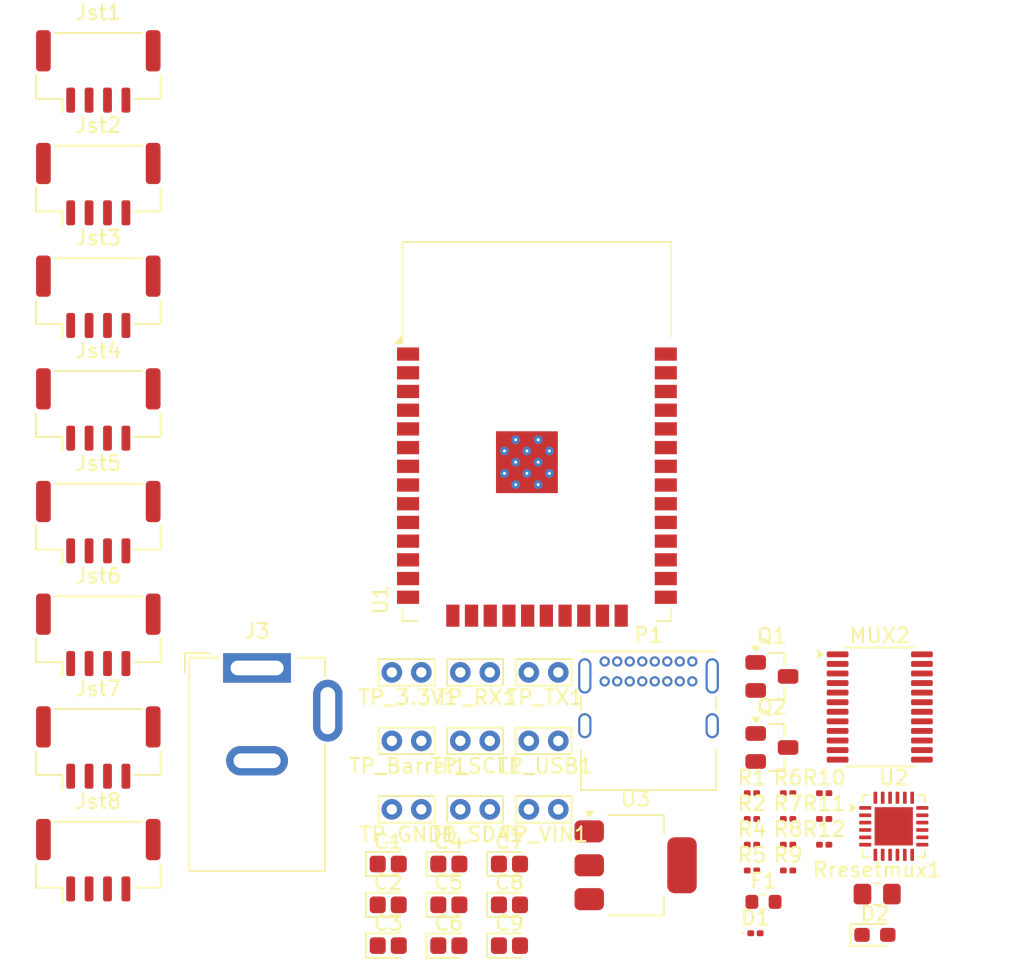
<source format=kicad_pcb>
(kicad_pcb (version 20241229) (generator "pcbnew") (generator_version "9.0")
  (layers (0 "F.Cu" signal) (2 "B.Cu" signal) (13 "F.Paste" user) (15 "B.Paste" user) (5 "F.SilkS" user "F.Silkscreen") (7 "B.SilkS" user "B.Silkscreen") (1 "F.Mask" user) (3 "B.Mask" user) (25 "Edge.Cuts" user))
  (net 0 "")
  (net 1 "/DTR_EN")
  (net 2 "GND")
  (net 3 "/Vcc3.3V_POWER")
  (net 4 "/VREG_IN_POWER")
  (net 5 "/Barrel_POWER")
  (net 6 "Net-(D1-K)")
  (net 7 "Net-(D2-K)")
  (net 8 "Net-(D2-A)")
  (net 9 "/SD1")
  (net 10 "/SC1")
  (net 11 "/SD2")
  (net 12 "/SC2")
  (net 13 "/SC3")
  (net 14 "/SD3")
  (net 15 "/SD4")
  (net 16 "/SC4")
  (net 17 "/SD5")
  (net 18 "/SC5")
  (net 19 "/SD6")
  (net 20 "/SC6")
  (net 21 "/SC7")
  (net 22 "/SD7")
  (net 23 "/SD0")
  (net 24 "/SC0")
  (net 25 "/SCL")
  (net 26 "/SDA")
  (net 27 "Net-(MUX2-~{RESET})")
  (net 28 "/USB_POWER")
  (net 29 "/D-")
  (net 30 "/D+")
  (net 31 "Net-(P1-CC)")
  (net 32 "Net-(P1-VCONN)")
  (net 33 "Net-(U2-VBUS)")
  (net 34 "/RTS_IO0")
  (net 35 "/RX")
  (net 36 "/TX")
  (footprint "Package_TO_SOT_SMD:SuperSOT-3" (layer "F.Cu") (at 160.38 106.955)
    (property "Reference" "Q1" (at 0 -2.75 0) (layer "F.SilkS"))
    (property "Value" "PMOS")
    (pad "1" smd roundrect (at -1.1 -0.95) (size 1.4 1) (layers "F.Cu" "F.Mask" "F.Paste") (net 4 "/VREG_IN_POWER"))
    (pad "2" smd roundrect (at -1.1 0.95) (size 1.4 1) (layers "F.Cu" "F.Mask" "F.Paste") (net 4 "/VREG_IN_POWER"))
    (pad "3" smd roundrect (at 1.1 0) (size 1.4 1) (layers "F.Cu" "F.Mask" "F.Paste") (net 5 "/Barrel_POWER"))
  )
  (footprint "Resistor_SMD:R_0201_0603Metric" (layer "F.Cu") (at 159.03 118.38)
    (property "Reference" "R4" (at 0 -1.05 0) (layer "F.SilkS"))
    (property "Value" "100KΩ")
    (pad "1" smd roundrect (at -0.32 0) (size 0.46 0.4) (layers "F.Cu" "F.Mask") (net 4 "/VREG_IN_POWER"))
    (pad "2" smd roundrect (at 0.32 0) (size 0.46 0.4) (layers "F.Cu" "F.Mask") (net 28 "/USB_POWER"))
  )
  (footprint "Capacitor_Tantalum_SMD:CP_EIA-1608-10_AVX-L" (layer "F.Cu") (at 142.565 125.23)
    (property "Reference" "C9" (at 0 -1.52 0) (layer "F.SilkS"))
    (property "Value" "0.1µF")
    (pad "1" smd roundrect (at -0.715 0) (size 1.09 1.13) (layers "F.Cu" "F.Mask" "F.Paste") (roundrect_rratio 0.229358) (net 3 "/Vcc3.3V_POWER"))
    (pad "2" smd roundrect (at 0.715 0) (size 1.09 1.13) (layers "F.Cu" "F.Mask" "F.Paste") (roundrect_rratio 0.229358) (net 2 "GND"))
  )
  (footprint "Connector_BarrelJack:BarrelJack_GCT_DCJ200-10-A_Horizontal" (layer "F.Cu") (at 125.43 106.38)
    (property "Reference" "J3" (at 0 -2.5 0) (layer "F.SilkS"))
    (property "Value" "Barrel_Jack")
    (pad "1" thru_hole rect (at 0 0) (size 4.6 2) (drill oval 3.6 1) (layers "*.Cu" "*.Mask") (net 8 "Net-(D2-A)"))
    (pad "2" thru_hole oval (at 0 6.3) (size 4.2 2) (drill oval 3.2 1) (layers "*.Cu" "*.Mask") (net 2 "GND"))
    (pad "3" thru_hole oval (at 4.8 2.9) (size 2 4.2) (drill oval 1 3.2) (layers "*.Cu" "*.Mask"))
  )
  (footprint "Resistor_SMD:R_0201_0603Metric" (layer "F.Cu") (at 161.48 114.88)
    (property "Reference" "R6" (at 0 -1.05 0) (layer "F.SilkS"))
    (property "Value" "5.1KΩ")
    (pad "1" smd roundrect (at -0.32 0) (size 0.46 0.4) (layers "F.Cu" "F.Mask") (net 32 "Net-(P1-VCONN)"))
    (pad "2" smd roundrect (at 0.32 0) (size 0.46 0.4) (layers "F.Cu" "F.Mask") (net 2 "GND"))
  )
  (footprint "Package_TO_SOT_SMD:SuperSOT-3" (layer "F.Cu") (at 160.38 111.78)
    (property "Reference" "Q2" (at 0 -2.75 0) (layer "F.SilkS"))
    (property "Value" "PMOS")
    (pad "1" smd roundrect (at -1.1 -0.95) (size 1.4 1) (layers "F.Cu" "F.Mask" "F.Paste") (net 4 "/VREG_IN_POWER"))
    (pad "2" smd roundrect (at -1.1 0.95) (size 1.4 1) (layers "F.Cu" "F.Mask" "F.Paste") (net 4 "/VREG_IN_POWER"))
    (pad "3" smd roundrect (at 1.1 0) (size 1.4 1) (layers "F.Cu" "F.Mask" "F.Paste") (net 28 "/USB_POWER"))
  )
  (footprint "Package_DFN_QFN:QFN-24-1EP_4x4mm_P0.5mm_EP2.6x2.6mm" (layer "F.Cu") (at 168.655 117.13)
    (property "Reference" "U2" (at 0 -3.3 0) (layer "F.SilkS"))
    (property "Value" "CP2102N-Axx-xQFN24")
    (pad "1" smd roundrect (at -1.9375 -1.25) (size 0.825 0.25) (layers "F.Cu" "F.Mask" "F.Paste"))
    (pad "2" smd roundrect (at -1.9375 -0.75) (size 0.825 0.25) (layers "F.Cu" "F.Mask" "F.Paste") (net 2 "GND"))
    (pad "3" smd roundrect (at -1.9375 -0.25) (size 0.825 0.25) (layers "F.Cu" "F.Mask" "F.Paste") (net 30 "/D+"))
    (pad "4" smd roundrect (at -1.9375 0.25) (size 0.825 0.25) (layers "F.Cu" "F.Mask" "F.Paste") (net 29 "/D-"))
    (pad "5" smd roundrect (at -1.9375 0.75) (size 0.825 0.25) (layers "F.Cu" "F.Mask" "F.Paste") (net 3 "/Vcc3.3V_POWER"))
    (pad "6" smd roundrect (at -1.9375 1.25) (size 0.825 0.25) (layers "F.Cu" "F.Mask" "F.Paste") (net 3 "/Vcc3.3V_POWER"))
    (pad "7" smd roundrect (at -1.25 1.9375) (size 0.25 0.825) (layers "F.Cu" "F.Mask" "F.Paste"))
    (pad "8" smd roundrect (at -0.75 1.9375) (size 0.25 0.825) (layers "F.Cu" "F.Mask" "F.Paste") (net 33 "Net-(U2-VBUS)"))
    (pad "9" smd roundrect (at -0.25 1.9375) (size 0.25 0.825) (layers "F.Cu" "F.Mask" "F.Paste"))
    (pad "10" smd roundrect (at 0.25 1.9375) (size 0.25 0.825) (layers "F.Cu" "F.Mask" "F.Paste"))
    (pad "11" smd roundrect (at 0.75 1.9375) (size 0.25 0.825) (layers "F.Cu" "F.Mask" "F.Paste"))
    (pad "12" smd roundrect (at 1.25 1.9375) (size 0.25 0.825) (layers "F.Cu" "F.Mask" "F.Paste"))
    (pad "13" smd roundrect (at 1.9375 1.25) (size 0.825 0.25) (layers "F.Cu" "F.Mask" "F.Paste"))
    (pad "14" smd roundrect (at 1.9375 0.75) (size 0.825 0.25) (layers "F.Cu" "F.Mask" "F.Paste"))
    (pad "15" smd roundrect (at 1.9375 0.25) (size 0.825 0.25) (layers "F.Cu" "F.Mask" "F.Paste"))
    (pad "16" smd roundrect (at 1.9375 -0.25) (size 0.825 0.25) (layers "F.Cu" "F.Mask" "F.Paste"))
    (pad "17" smd roundrect (at 1.9375 -0.75) (size 0.825 0.25) (layers "F.Cu" "F.Mask" "F.Paste"))
    (pad "18" smd roundrect (at 1.9375 -1.25) (size 0.825 0.25) (layers "F.Cu" "F.Mask" "F.Paste"))
    (pad "19" smd roundrect (at 1.25 -1.9375) (size 0.25 0.825) (layers "F.Cu" "F.Mask" "F.Paste") (net 34 "/RTS_IO0"))
    (pad "20" smd roundrect (at 0.75 -1.9375) (size 0.25 0.825) (layers "F.Cu" "F.Mask" "F.Paste") (net 36 "/TX"))
    (pad "21" smd roundrect (at 0.25 -1.9375) (size 0.25 0.825) (layers "F.Cu" "F.Mask" "F.Paste") (net 35 "/RX"))
    (pad "22" smd roundrect (at -0.25 -1.9375) (size 0.25 0.825) (layers "F.Cu" "F.Mask" "F.Paste"))
    (pad "23" smd roundrect (at -0.75 -1.9375) (size 0.25 0.825) (layers "F.Cu" "F.Mask" "F.Paste") (net 1 "/DTR_EN"))
    (pad "24" smd roundrect (at -1.25 -1.9375) (size 0.25 0.825) (layers "F.Cu" "F.Mask" "F.Paste"))
    (pad "25" smd rect (at 0 0) (size 2.6 2.6) (property pad_prop_heatsink) (layers "F.Cu" "F.Mask") (net 2 "GND"))
  )
  (footprint "TestPoint:TestPoint_Bridge_Pitch2.0mm_Drill0.7mm" (layer "F.Cu") (at 143.88 106.68)
    (property "Reference" "TP_TX1" (at 1.1 1.7 0) (layer "F.SilkS"))
    (property "Value" "TestPoint_TX")
    (pad "1" thru_hole circle (at 0 0) (size 1.4 1.4) (drill 0.7) (layers "*.Cu" "*.Mask") (net 36 "/TX"))
    (pad "1" thru_hole circle (at 2 0) (size 1.4 1.4) (drill 0.7) (layers "*.Cu" "*.Mask") (net 36 "/TX"))
  )
  (footprint "Capacitor_Tantalum_SMD:CP_EIA-1608-10_AVX-L" (layer "F.Cu") (at 134.335 122.46)
    (property "Reference" "C2" (at 0 -1.52 0) (layer "F.SilkS"))
    (property "Value" "0.1µF")
    (pad "1" smd roundrect (at -0.715 0) (size 1.09 1.13) (layers "F.Cu" "F.Mask" "F.Paste") (roundrect_rratio 0.229358) (net 3 "/Vcc3.3V_POWER"))
    (pad "2" smd roundrect (at 0.715 0) (size 1.09 1.13) (layers "F.Cu" "F.Mask" "F.Paste") (roundrect_rratio 0.229358) (net 2 "GND"))
  )
  (footprint "TestPoint:TestPoint_Bridge_Pitch2.0mm_Drill0.7mm" (layer "F.Cu") (at 134.58 106.68)
    (property "Reference" "TP_3.3V1" (at 1.1 1.7 0) (layer "F.SilkS"))
    (property "Value" "TestPoint_3.3V")
    (pad "1" thru_hole circle (at 0 0) (size 1.4 1.4) (drill 0.7) (layers "*.Cu" "*.Mask") (net 3 "/Vcc3.3V_POWER"))
    (pad "1" thru_hole circle (at 2 0) (size 1.4 1.4) (drill 0.7) (layers "*.Cu" "*.Mask") (net 3 "/Vcc3.3V_POWER"))
  )
  (footprint "Connector_JST:JST_GH_BM04B-GHS-TBT_1x04-1MP_P1.25mm_Vertical" (layer "F.Cu") (at 114.65 73.53)
    (property "Reference" "Jst2" (at 0 -4 0) (layer "F.SilkS"))
    (property "Value" "SM04B-SRSS-TB")
    (pad "1" smd roundrect (at -1.875 1.95) (size 0.6 1.7) (layers "F.Cu" "F.Mask" "F.Paste") (net 11 "/SD2"))
    (pad "2" smd roundrect (at -0.625 1.95) (size 0.6 1.7) (layers "F.Cu" "F.Mask" "F.Paste") (net 12 "/SC2"))
    (pad "3" smd roundrect (at 0.625 1.95) (size 0.6 1.7) (layers "F.Cu" "F.Mask" "F.Paste") (net 3 "/Vcc3.3V_POWER"))
    (pad "4" smd roundrect (at 1.875 1.95) (size 0.6 1.7) (layers "F.Cu" "F.Mask" "F.Paste") (net 2 "GND"))
    (pad "MP" smd roundrect (at -3.725 -1.4) (size 1 2.8) (layers "F.Cu" "F.Mask" "F.Paste"))
    (pad "MP" smd roundrect (at 3.725 -1.4) (size 1 2.8) (layers "F.Cu" "F.Mask" "F.Paste"))
  )
  (footprint "Connector_JST:JST_GH_BM04B-GHS-TBT_1x04-1MP_P1.25mm_Vertical" (layer "F.Cu") (at 114.65 119.43)
    (property "Reference" "Jst8" (at 0 -4 0) (layer "F.SilkS"))
    (property "Value" "SM04B-SRSS-TB")
    (pad "1" smd roundrect (at -1.875 1.95) (size 0.6 1.7) (layers "F.Cu" "F.Mask" "F.Paste") (net 23 "/SD0"))
    (pad "2" smd roundrect (at -0.625 1.95) (size 0.6 1.7) (layers "F.Cu" "F.Mask" "F.Paste") (net 24 "/SC0"))
    (pad "3" smd roundrect (at 0.625 1.95) (size 0.6 1.7) (layers "F.Cu" "F.Mask" "F.Paste") (net 3 "/Vcc3.3V_POWER"))
    (pad "4" smd roundrect (at 1.875 1.95) (size 0.6 1.7) (layers "F.Cu" "F.Mask" "F.Paste") (net 2 "GND"))
    (pad "MP" smd roundrect (at -3.725 -1.4) (size 1 2.8) (layers "F.Cu" "F.Mask" "F.Paste"))
    (pad "MP" smd roundrect (at 3.725 -1.4) (size 1 2.8) (layers "F.Cu" "F.Mask" "F.Paste"))
  )
  (footprint "Capacitor_Tantalum_SMD:CP_EIA-1608-10_AVX-L" (layer "F.Cu") (at 142.565 119.69)
    (property "Reference" "C7" (at 0 -1.52 0) (layer "F.SilkS"))
    (property "Value" "470uF")
    (pad "1" smd roundrect (at -0.715 0) (size 1.09 1.13) (layers "F.Cu" "F.Mask" "F.Paste") (roundrect_rratio 0.229358) (net 5 "/Barrel_POWER"))
    (pad "2" smd roundrect (at 0.715 0) (size 1.09 1.13) (layers "F.Cu" "F.Mask" "F.Paste") (roundrect_rratio 0.229358) (net 2 "GND"))
  )
  (footprint "Resistor_SMD:R_0201_0603Metric" (layer "F.Cu") (at 161.48 118.38)
    (property "Reference" "R8" (at 0 -1.05 0) (layer "F.SilkS"))
    (property "Value" "10KΩ")
    (pad "1" smd roundrect (at -0.32 0) (size 0.46 0.4) (layers "F.Cu" "F.Mask") (net 3 "/Vcc3.3V_POWER"))
    (pad "2" smd roundrect (at 0.32 0) (size 0.46 0.4) (layers "F.Cu" "F.Mask") (net 1 "/DTR_EN"))
  )
  (footprint "Capacitor_Tantalum_SMD:CP_EIA-1608-10_AVX-L" (layer "F.Cu") (at 134.335 125.23)
    (property "Reference" "C3" (at 0 -1.52 0) (layer "F.SilkS"))
    (property "Value" "0.1µF")
    (pad "1" smd roundrect (at -0.715 0) (size 1.09 1.13) (layers "F.Cu" "F.Mask" "F.Paste") (roundrect_rratio 0.229358) (net 4 "/VREG_IN_POWER"))
    (pad "2" smd roundrect (at 0.715 0) (size 1.09 1.13) (layers "F.Cu" "F.Mask" "F.Paste") (roundrect_rratio 0.229358) (net 2 "GND"))
  )
  (footprint "Resistor_SMD:R_0201_0603Metric" (layer "F.Cu") (at 163.93 116.63)
    (property "Reference" "R11" (at 0 -1.05 0) (layer "F.SilkS"))
    (property "Value" "10KΩ")
    (pad "1" smd roundrect (at -0.32 0) (size 0.46 0.4) (layers "F.Cu" "F.Mask") (net 3 "/Vcc3.3V_POWER"))
    (pad "2" smd roundrect (at 0.32 0) (size 0.46 0.4) (layers "F.Cu" "F.Mask") (net 26 "/SDA"))
  )
  (footprint "TestPoint:TestPoint_Bridge_Pitch2.0mm_Drill0.7mm" (layer "F.Cu") (at 139.23 115.98)
    (property "Reference" "TP_SDA1" (at 1.1 1.7 0) (layer "F.SilkS"))
    (property "Value" "TestPoint_SDA")
    (pad "1" thru_hole circle (at 0 0) (size 1.4 1.4) (drill 0.7) (layers "*.Cu" "*.Mask") (net 26 "/SDA"))
    (pad "1" thru_hole circle (at 2 0) (size 1.4 1.4) (drill 0.7) (layers "*.Cu" "*.Mask") (net 26 "/SDA"))
  )
  (footprint "RF_Module:ESP32-WROOM-32" (layer "F.Cu") (at 144.43 93.32)
    (property "Reference" "U1" (at -10.61 8.43 90) (layer "F.SilkS"))
    (property "Value" "ESP32-WROOM-32")
    (pad "1" smd rect (at -8.75 -8.25) (size 1.5 0.9) (layers "F.Cu" "F.Mask" "F.Paste") (net 2 "GND"))
    (pad "2" smd rect (at -8.75 -6.98) (size 1.5 0.9) (layers "F.Cu" "F.Mask" "F.Paste") (net 3 "/Vcc3.3V_POWER"))
    (pad "3" smd rect (at -8.75 -5.71) (size 1.5 0.9) (layers "F.Cu" "F.Mask" "F.Paste") (net 1 "/DTR_EN"))
    (pad "4" smd rect (at -8.75 -4.44) (size 1.5 0.9) (layers "F.Cu" "F.Mask" "F.Paste"))
    (pad "5" smd rect (at -8.75 -3.17) (size 1.5 0.9) (layers "F.Cu" "F.Mask" "F.Paste"))
    (pad "6" smd rect (at -8.75 -1.9) (size 1.5 0.9) (layers "F.Cu" "F.Mask" "F.Paste"))
    (pad "7" smd rect (at -8.75 -0.63) (size 1.5 0.9) (layers "F.Cu" "F.Mask" "F.Paste"))
    (pad "8" smd rect (at -8.75 0.64) (size 1.5 0.9) (layers "F.Cu" "F.Mask" "F.Paste"))
    (pad "9" smd rect (at -8.75 1.91) (size 1.5 0.9) (layers "F.Cu" "F.Mask" "F.Paste"))
    (pad "10" smd rect (at -8.75 3.18) (size 1.5 0.9) (layers "F.Cu" "F.Mask" "F.Paste"))
    (pad "11" smd rect (at -8.75 4.45) (size 1.5 0.9) (layers "F.Cu" "F.Mask" "F.Paste"))
    (pad "12" smd rect (at -8.75 5.72) (size 1.5 0.9) (layers "F.Cu" "F.Mask" "F.Paste"))
    (pad "13" smd rect (at -8.75 6.99) (size 1.5 0.9) (layers "F.Cu" "F.Mask" "F.Paste"))
    (pad "14" smd rect (at -8.75 8.26) (size 1.5 0.9) (layers "F.Cu" "F.Mask" "F.Paste"))
    (pad "15" smd rect (at -5.71 9.51 90) (size 1.5 0.9) (layers "F.Cu" "F.Mask" "F.Paste") (net 2 "GND"))
    (pad "16" smd rect (at -4.44 9.51 90) (size 1.5 0.9) (layers "F.Cu" "F.Mask" "F.Paste"))
    (pad "17" smd rect (at -3.17 9.51 90) (size 1.5 0.9) (layers "F.Cu" "F.Mask" "F.Paste"))
    (pad "18" smd rect (at -1.9 9.51 90) (size 1.5 0.9) (layers "F.Cu" "F.Mask" "F.Paste"))
    (pad "19" smd rect (at -0.63 9.51 90) (size 1.5 0.9) (layers "F.Cu" "F.Mask" "F.Paste"))
    (pad "20" smd rect (at 0.64 9.51 90) (size 1.5 0.9) (layers "F.Cu" "F.Mask" "F.Paste"))
    (pad "21" smd rect (at 1.91 9.51 90) (size 1.5 0.9) (layers "F.Cu" "F.Mask" "F.Paste"))
    (pad "22" smd rect (at 3.18 9.51 90) (size 1.5 0.9) (layers "F.Cu" "F.Mask" "F.Paste"))
    (pad "23" smd rect (at 4.45 9.51 90) (size 1.5 0.9) (layers "F.Cu" "F.Mask" "F.Paste"))
    (pad "24" smd rect (at 5.72 9.51 90) (size 1.5 0.9) (layers "F.Cu" "F.Mask" "F.Paste"))
    (pad "25" smd rect (at 8.75 8.26) (size 1.5 0.9) (layers "F.Cu" "F.Mask" "F.Paste") (net 34 "/RTS_IO0"))
    (pad "26" smd rect (at 8.75 6.99) (size 1.5 0.9) (layers "F.Cu" "F.Mask" "F.Paste"))
    (pad "27" smd rect (at 8.75 5.72) (size 1.5 0.9) (layers "F.Cu" "F.Mask" "F.Paste"))
    (pad "28" smd rect (at 8.75 4.45) (size 1.5 0.9) (layers "F.Cu" "F.Mask" "F.Paste"))
    (pad "29" smd rect (at 8.75 3.18) (size 1.5 0.9) (layers "F.Cu" "F.Mask" "F.Paste"))
    (pad "30" smd rect (at 8.75 1.91) (size 1.5 0.9) (layers "F.Cu" "F.Mask" "F.Paste"))
    (pad "31" smd rect (at 8.75 0.64) (size 1.5 0.9) (layers "F.Cu" "F.Mask" "F.Paste"))
    (pad "32" smd rect (at 8.75 -0.63) (size 1.5 0.9) (layers "F.Cu" "F.Mask" "F.Paste"))
    (pad "33" smd rect (at 8.75 -1.9) (size 1.5 0.9) (layers "F.Cu" "F.Mask" "F.Paste") (net 26 "/SDA"))
    (pad "34" smd rect (at 8.75 -3.17) (size 1.5 0.9) (layers "F.Cu" "F.Mask" "F.Paste") (net 36 "/TX"))
    (pad "35" smd rect (at 8.75 -4.44) (size 1.5 0.9) (layers "F.Cu" "F.Mask" "F.Paste") (net 35 "/RX"))
    (pad "36" smd rect (at 8.75 -5.71) (size 1.5 0.9) (layers "F.Cu" "F.Mask" "F.Paste") (net 25 "/SCL"))
    (pad "37" smd rect (at 8.75 -6.98) (size 1.5 0.9) (layers "F.Cu" "F.Mask" "F.Paste"))
    (pad "38" smd rect (at 8.75 -8.25) (size 1.5 0.9) (layers "F.Cu" "F.Mask" "F.Paste") (net 2 "GND"))
    (pad "39" smd rect (at -2.205 -2.435) (size 1.05 1.05) (layers "F.Cu" "F.Paste") (net 2 "GND"))
    (pad "39" thru_hole circle (at -2.205 -1.6725) (size 0.6 0.6) (drill 0.2) (property pad_prop_heatsink) (layers "*.Cu" "F.Mask") (net 2 "GND"))
    (pad "39" smd rect (at -2.205 -0.91) (size 1.05 1.05) (layers "F.Cu" "F.Paste") (net 2 "GND"))
    (pad "39" thru_hole circle (at -2.205 -0.1475) (size 0.6 0.6) (drill 0.2) (property pad_prop_heatsink) (layers "*.Cu" "F.Mask") (net 2 "GND"))
    (pad "39" smd rect (at -2.205 0.615) (size 1.05 1.05) (layers "F.Cu" "F.Paste") (net 2 "GND"))
    (pad "39" thru_hole circle (at -1.4425 -2.435) (size 0.6 0.6) (drill 0.2) (property pad_prop_heatsink) (layers "*.Cu" "F.Mask") (net 2 "GND"))
    (pad "39" thru_hole circle (at -1.4425 -0.91) (size 0.6 0.6) (drill 0.2) (property pad_prop_heatsink) (layers "*.Cu" "F.Mask") (net 2 "GND"))
    (pad "39" thru_hole circle (at -1.4425 0.615) (size 0.6 0.6) (drill 0.2) (property pad_prop_heatsink) (layers "*.Cu" "F.Mask") (net 2 "GND"))
    (pad "39" smd rect (at -0.68 -2.435) (size 1.05 1.05) (layers "F.Cu" "F.Paste") (net 2 "GND"))
    (pad "39" thru_hole circle (at -0.68 -1.6725) (size 0.6 0.6) (drill 0.2) (property pad_prop_heatsink) (layers "*.Cu" "F.Mask") (net 2 "GND"))
    (pad "39" smd rect (at -0.68 -0.91) (size 1.05 1.05) (layers "F.Cu" "F.Paste") (net 2 "GND"))
    (pad "39" smd rect (at -0.68 -0.91) (size 4.2 4.2) (property pad_prop_heatsink) (layers "F.Cu" "F.Mask") (net 2 "GND"))
    (pad "39" thru_hole circle (at -0.68 -0.1475) (size 0.6 0.6) (drill 0.2) (property pad_prop_heatsink) (layers "*.Cu" "F.Mask") (net 2 "GND"))
    (pad "39" smd rect (at -0.68 0.615) (size 1.05 1.05) (layers "F.Cu" "F.Paste") (net 2 "GND"))
    (pad "39" thru_hole circle (at 0.0825 -2.435) (size 0.6 0.6) (drill 0.2) (property pad_prop_heatsink) (layers "*.Cu" "F.Mask") (net 2 "GND"))
    (pad "39" thru_hole circle (at 0.0825 -0.91) (size 0.6 0.6) (drill 0.2) (property pad_prop_heatsink) (layers "*.Cu" "F.Mask") (net 2 "GND"))
    (pad "39" thru_hole circle (at 0.0825 0.615) (size 0.6 0.6) (drill 0.2) (property pad_prop_heatsink) (layers "*.Cu" "F.Mask") (net 2 "GND"))
    (pad "39" smd rect (at 0.845 -2.435) (size 1.05 1.05) (layers "F.Cu" "F.Paste") (net 2 "GND"))
    (pad "39" thru_hole circle (at 0.845 -1.6725) (size 0.6 0.6) (drill 0.2) (property pad_prop_heatsink) (layers "*.Cu" "F.Mask") (net 2 "GND"))
    (pad "39" smd rect (at 0.845 -0.91) (size 1.05 1.05) (layers "F.Cu" "F.Paste") (net 2 "GND"))
    (pad "39" thru_hole circle (at 0.845 -0.1475) (size 0.6 0.6) (drill 0.2) (property pad_prop_heatsink) (layers "*.Cu" "F.Mask") (net 2 "GND"))
    (pad "39" smd rect (at 0.845 0.615) (size 1.05 1.05) (layers "F.Cu" "F.Paste") (net 2 "GND"))
  )
  (footprint "Connector_JST:JST_GH_BM04B-GHS-TBT_1x04-1MP_P1.25mm_Vertical" (layer "F.Cu") (at 114.65 81.18)
    (property "Reference" "Jst3" (at 0 -4 0) (layer "F.SilkS"))
    (property "Value" "SM04B-SRSS-TB")
    (pad "1" smd roundrect (at -1.875 1.95) (size 0.6 1.7) (layers "F.Cu" "F.Mask" "F.Paste") (net 14 "/SD3"))
    (pad "2" smd roundrect (at -0.625 1.95) (size 0.6 1.7) (layers "F.Cu" "F.Mask" "F.Paste") (net 13 "/SC3"))
    (pad "3" smd roundrect (at 0.625 1.95) (size 0.6 1.7) (layers "F.Cu" "F.Mask" "F.Paste") (net 3 "/Vcc3.3V_POWER"))
    (pad "4" smd roundrect (at 1.875 1.95) (size 0.6 1.7) (layers "F.Cu" "F.Mask" "F.Paste") (net 2 "GND"))
    (pad "MP" smd roundrect (at -3.725 -1.4) (size 1 2.8) (layers "F.Cu" "F.Mask" "F.Paste"))
    (pad "MP" smd roundrect (at 3.725 -1.4) (size 1 2.8) (layers "F.Cu" "F.Mask" "F.Paste"))
  )
  (footprint "Connector_JST:JST_GH_BM04B-GHS-TBT_1x04-1MP_P1.25mm_Vertical" (layer "F.Cu") (at 114.65 96.48)
    (property "Reference" "Jst5" (at 0 -4 0) (layer "F.SilkS"))
    (property "Value" "SM04B-SRSS-TB")
    (pad "1" smd roundrect (at -1.875 1.95) (size 0.6 1.7) (layers "F.Cu" "F.Mask" "F.Paste") (net 17 "/SD5"))
    (pad "2" smd roundrect (at -0.625 1.95) (size 0.6 1.7) (layers "F.Cu" "F.Mask" "F.Paste") (net 18 "/SC5"))
    (pad "3" smd roundrect (at 0.625 1.95) (size 0.6 1.7) (layers "F.Cu" "F.Mask" "F.Paste") (net 3 "/Vcc3.3V_POWER"))
    (pad "4" smd roundrect (at 1.875 1.95) (size 0.6 1.7) (layers "F.Cu" "F.Mask" "F.Paste") (net 2 "GND"))
    (pad "MP" smd roundrect (at -3.725 -1.4) (size 1 2.8) (layers "F.Cu" "F.Mask" "F.Paste"))
    (pad "MP" smd roundrect (at 3.725 -1.4) (size 1 2.8) (layers "F.Cu" "F.Mask" "F.Paste"))
  )
  (footprint "Resistor_SMD:R_0201_0603Metric" (layer "F.Cu") (at 161.48 116.63)
    (property "Reference" "R7" (at 0 -1.05 0) (layer "F.SilkS"))
    (property "Value" "5.1KΩ")
    (pad "1" smd roundrect (at -0.32 0) (size 0.46 0.4) (layers "F.Cu" "F.Mask") (net 31 "Net-(P1-CC)"))
    (pad "2" smd roundrect (at 0.32 0) (size 0.46 0.4) (layers "F.Cu" "F.Mask") (net 2 "GND"))
  )
  (footprint "Connector_JST:JST_GH_BM04B-GHS-TBT_1x04-1MP_P1.25mm_Vertical" (layer "F.Cu") (at 114.65 104.13)
    (property "Reference" "Jst6" (at 0 -4 0) (layer "F.SilkS"))
    (property "Value" "SM04B-SRSS-TB")
    (pad "1" smd roundrect (at -1.875 1.95) (size 0.6 1.7) (layers "F.Cu" "F.Mask" "F.Paste") (net 19 "/SD6"))
    (pad "2" smd roundrect (at -0.625 1.95) (size 0.6 1.7) (layers "F.Cu" "F.Mask" "F.Paste") (net 20 "/SC6"))
    (pad "3" smd roundrect (at 0.625 1.95) (size 0.6 1.7) (layers "F.Cu" "F.Mask" "F.Paste") (net 3 "/Vcc3.3V_POWER"))
    (pad "4" smd roundrect (at 1.875 1.95) (size 0.6 1.7) (layers "F.Cu" "F.Mask" "F.Paste") (net 2 "GND"))
    (pad "MP" smd roundrect (at -3.725 -1.4) (size 1 2.8) (layers "F.Cu" "F.Mask" "F.Paste"))
    (pad "MP" smd roundrect (at 3.725 -1.4) (size 1 2.8) (layers "F.Cu" "F.Mask" "F.Paste"))
  )
  (footprint "Capacitor_Tantalum_SMD:CP_EIA-1608-10_AVX-L" (layer "F.Cu") (at 138.45 122.46)
    (property "Reference" "C5" (at 0 -1.52 0) (layer "F.SilkS"))
    (property "Value" "0.1µF")
    (pad "1" smd roundrect (at -0.715 0) (size 1.09 1.13) (layers "F.Cu" "F.Mask" "F.Paste") (roundrect_rratio 0.229358) (net 3 "/Vcc3.3V_POWER"))
    (pad "2" smd roundrect (at 0.715 0) (size 1.09 1.13) (layers "F.Cu" "F.Mask" "F.Paste") (roundrect_rratio 0.229358) (net 2 "GND"))
  )
  (footprint "TestPoint:TestPoint_Bridge_Pitch2.0mm_Drill0.7mm" (layer "F.Cu") (at 134.58 115.98)
    (property "Reference" "TP_GND1" (at 1.1 1.7 0) (layer "F.SilkS"))
    (property "Value" "TestPoint_GND")
    (pad "1" thru_hole circle (at 0 0) (size 1.4 1.4) (drill 0.7) (layers "*.Cu" "*.Mask") (net 2 "GND"))
    (pad "1" thru_hole circle (at 2 0) (size 1.4 1.4) (drill 0.7) (layers "*.Cu" "*.Mask") (net 2 "GND"))
  )
  (footprint "Capacitor_Tantalum_SMD:CP_EIA-1608-10_AVX-L" (layer "F.Cu") (at 138.45 119.69)
    (property "Reference" "C4" (at 0 -1.52 0) (layer "F.SilkS"))
    (property "Value" "10µF")
    (pad "1" smd roundrect (at -0.715 0) (size 1.09 1.13) (layers "F.Cu" "F.Mask" "F.Paste") (roundrect_rratio 0.229358) (net 4 "/VREG_IN_POWER"))
    (pad "2" smd roundrect (at 0.715 0) (size 1.09 1.13) (layers "F.Cu" "F.Mask" "F.Paste") (roundrect_rratio 0.229358) (net 2 "GND"))
  )
  (footprint "Package_SO:TSSOP-24_4.4x7.8mm_P0.65mm" (layer "F.Cu") (at 167.705 109.03)
    (property "Reference" "MUX2" (at 0 -4.85 0) (layer "F.SilkS"))
    (property "Value" "TCA9548APWR")
    (pad "1" smd roundrect (at -2.8625 -3.575) (size 1.475 0.4) (layers "F.Cu" "F.Mask" "F.Paste") (net 2 "GND"))
    (pad "2" smd roundrect (at -2.8625 -2.925) (size 1.475 0.4) (layers "F.Cu" "F.Mask" "F.Paste") (net 2 "GND"))
    (pad "3" smd roundrect (at -2.8625 -2.275) (size 1.475 0.4) (layers "F.Cu" "F.Mask" "F.Paste") (net 27 "Net-(MUX2-~{RESET})"))
    (pad "4" smd roundrect (at -2.8625 -1.625) (size 1.475 0.4) (layers "F.Cu" "F.Mask" "F.Paste") (net 23 "/SD0"))
    (pad "5" smd roundrect (at -2.8625 -0.975) (size 1.475 0.4) (layers "F.Cu" "F.Mask" "F.Paste") (net 24 "/SC0"))
    (pad "6" smd roundrect (at -2.8625 -0.325) (size 1.475 0.4) (layers "F.Cu" "F.Mask" "F.Paste") (net 9 "/SD1"))
    (pad "7" smd roundrect (at -2.8625 0.325) (size 1.475 0.4) (layers "F.Cu" "F.Mask" "F.Paste") (net 10 "/SC1"))
    (pad "8" smd roundrect (at -2.8625 0.975) (size 1.475 0.4) (layers "F.Cu" "F.Mask" "F.Paste") (net 11 "/SD2"))
    (pad "9" smd roundrect (at -2.8625 1.625) (size 1.475 0.4) (layers "F.Cu" "F.Mask" "F.Paste") (net 12 "/SC2"))
    (pad "10" smd roundrect (at -2.8625 2.275) (size 1.475 0.4) (layers "F.Cu" "F.Mask" "F.Paste") (net 14 "/SD3"))
    (pad "11" smd roundrect (at -2.8625 2.925) (size 1.475 0.4) (layers "F.Cu" "F.Mask" "F.Paste") (net 13 "/SC3"))
    (pad "12" smd roundrect (at -2.8625 3.575) (size 1.475 0.4) (layers "F.Cu" "F.Mask" "F.Paste") (net 2 "GND"))
    (pad "13" smd roundrect (at 2.8625 3.575) (size 1.475 0.4) (layers "F.Cu" "F.Mask" "F.Paste") (net 15 "/SD4"))
    (pad "14" smd roundrect (at 2.8625 2.925) (size 1.475 0.4) (layers "F.Cu" "F.Mask" "F.Paste") (net 16 "/SC4"))
    (pad "15" smd roundrect (at 2.8625 2.275) (size 1.475 0.4) (layers "F.Cu" "F.Mask" "F.Paste") (net 17 "/SD5"))
    (pad "16" smd roundrect (at 2.8625 1.625) (size 1.475 0.4) (layers "F.Cu" "F.Mask" "F.Paste") (net 18 "/SC5"))
    (pad "17" smd roundrect (at 2.8625 0.975) (size 1.475 0.4) (layers "F.Cu" "F.Mask" "F.Paste") (net 19 "/SD6"))
    (pad "18" smd roundrect (at 2.8625 0.325) (size 1.475 0.4) (layers "F.Cu" "F.Mask" "F.Paste") (net 20 "/SC6"))
    (pad "19" smd roundrect (at 2.8625 -0.325) (size 1.475 0.4) (layers "F.Cu" "F.Mask" "F.Paste") (net 22 "/SD7"))
    (pad "20" smd roundrect (at 2.8625 -0.975) (size 1.475 0.4) (layers "F.Cu" "F.Mask" "F.Paste") (net 21 "/SC7"))
    (pad "21" smd roundrect (at 2.8625 -1.625) (size 1.475 0.4) (layers "F.Cu" "F.Mask" "F.Paste") (net 2 "GND"))
    (pad "22" smd roundrect (at 2.8625 -2.275) (size 1.475 0.4) (layers "F.Cu" "F.Mask" "F.Paste") (net 25 "/SCL"))
    (pad "23" smd roundrect (at 2.8625 -2.925) (size 1.475 0.4) (layers "F.Cu" "F.Mask" "F.Paste") (net 26 "/SDA"))
    (pad "24" smd roundrect (at 2.8625 -3.575) (size 1.475 0.4) (layers "F.Cu" "F.Mask" "F.Paste") (net 3 "/Vcc3.3V_POWER"))
  )
  (footprint "Resistor_SMD:R_0201_0603Metric" (layer "F.Cu") (at 163.93 114.88)
    (property "Reference" "R10" (at 0 -1.05 0) (layer "F.SilkS"))
    (property "Value" "100KΩ")
    (pad "1" smd roundrect (at -0.32 0) (size 0.46 0.4) (layers "F.Cu" "F.Mask") (net 4 "/VREG_IN_POWER"))
    (pad "2" smd roundrect (at 0.32 0) (size 0.46 0.4) (layers "F.Cu" "F.Mask") (net 5 "/Barrel_POWER"))
  )
  (footprint "Resistor_SMD:R_0201_0603Metric" (layer "F.Cu") (at 159.03 120.13)
    (property "Reference" "R5" (at 0 -1.05 0) (layer "F.SilkS"))
    (property "Value" "330Ω")
    (pad "1" smd roundrect (at -0.32 0) (size 0.46 0.4) (layers "F.Cu" "F.Mask") (net 6 "Net-(D1-K)"))
    (pad "2" smd roundrect (at 0.32 0) (size 0.46 0.4) (layers "F.Cu" "F.Mask") (net 2 "GND"))
  )
  (footprint "LED_SMD:LED_0201_0603Metric" (layer "F.Cu") (at 159.265 124.39)
    (property "Reference" "D1" (at 0 -1.05 0) (layer "F.SilkS"))
    (property "Value" "LED")
    (pad "1" smd roundrect (at -0.32 0) (size 0.46 0.4) (layers "F.Cu" "F.Mask") (net 6 "Net-(D1-K)"))
    (pad "2" smd roundrect (at 0.32 0) (size 0.46 0.4) (layers "F.Cu" "F.Mask") (net 3 "/Vcc3.3V_POWER"))
  )
  (footprint "Diode_SMD:D_0603_1608Metric_Pad1.05x0.95mm_HandSolder" (layer "F.Cu") (at 167.375 124.5)
    (property "Reference" "D2" (at 0 -1.43 0) (layer "F.SilkS"))
    (property "Value" "SS14")
    (pad "1" smd roundrect (at -0.875 0) (size 1.05 0.95) (layers "F.Cu" "F.Mask" "F.Paste") (net 7 "Net-(D2-K)"))
    (pad "2" smd roundrect (at 0.875 0) (size 1.05 0.95) (layers "F.Cu" "F.Mask" "F.Paste") (net 8 "Net-(D2-A)"))
  )
  (footprint "Capacitor_Tantalum_SMD:CP_EIA-1608-10_AVX-L" (layer "F.Cu") (at 138.45 125.23)
    (property "Reference" "C6" (at 0 -1.52 0) (layer "F.SilkS"))
    (property "Value" "0.1µF")
    (pad "1" smd roundrect (at -0.715 0) (size 1.09 1.13) (layers "F.Cu" "F.Mask" "F.Paste") (roundrect_rratio 0.229358) (net 3 "/Vcc3.3V_POWER"))
    (pad "2" smd roundrect (at 0.715 0) (size 1.09 1.13) (layers "F.Cu" "F.Mask" "F.Paste") (roundrect_rratio 0.229358) (net 2 "GND"))
  )
  (footprint "Resistor_SMD:R_0805_2012Metric_Pad1.20x1.40mm_HandSolder" (layer "F.Cu") (at 167.53 121.73)
    (property "Reference" "Rresetmux1" (at 0 -1.65 0) (layer "F.SilkS"))
    (property "Value" "10k")
    (pad "1" smd roundrect (at -1 0) (size 1.2 1.4) (layers "F.Cu" "F.Mask" "F.Paste") (roundrect_rratio 0.208333) (net 3 "/Vcc3.3V_POWER"))
    (pad "2" smd roundrect (at 1 0) (size 1.2 1.4) (layers "F.Cu" "F.Mask" "F.Paste") (roundrect_rratio 0.208333) (net 27 "Net-(MUX2-~{RESET})"))
  )
  (footprint "Resistor_SMD:R_0201_0603Metric" (layer "F.Cu") (at 159.03 114.88)
    (property "Reference" "R1" (at 0 -1.05 0) (layer "F.SilkS"))
    (property "Value" "5.1KΩ")
    (pad "1" smd roundrect (at -0.32 0) (size 0.46 0.4) (layers "F.Cu" "F.Mask") (net 33 "Net-(U2-VBUS)"))
    (pad "2" smd roundrect (at 0.32 0) (size 0.46 0.4) (layers "F.Cu" "F.Mask") (net 28 "/USB_POWER"))
  )
  (footprint "Connector_JST:JST_GH_BM04B-GHS-TBT_1x04-1MP_P1.25mm_Vertical" (layer "F.Cu") (at 114.65 65.88)
    (property "Reference" "Jst1" (at 0 -4 0) (layer "F.SilkS"))
    (property "Value" "SM04B-SRSS-TB")
    (pad "1" smd roundrect (at -1.875 1.95) (size 0.6 1.7) (layers "F.Cu" "F.Mask" "F.Paste") (net 9 "/SD1"))
    (pad "2" smd roundrect (at -0.625 1.95) (size 0.6 1.7) (layers "F.Cu" "F.Mask" "F.Paste") (net 10 "/SC1"))
    (pad "3" smd roundrect (at 0.625 1.95) (size 0.6 1.7) (layers "F.Cu" "F.Mask" "F.Paste") (net 3 "/Vcc3.3V_POWER"))
    (pad "4" smd roundrect (at 1.875 1.95) (size 0.6 1.7) (layers "F.Cu" "F.Mask" "F.Paste") (net 2 "GND"))
    (pad "MP" smd roundrect (at -3.725 -1.4) (size 1 2.8) (layers "F.Cu" "F.Mask" "F.Paste"))
    (pad "MP" smd roundrect (at 3.725 -1.4) (size 1 2.8) (layers "F.Cu" "F.Mask" "F.Paste"))
  )
  (footprint "Resistor_SMD:R_0201_0603Metric" (layer "F.Cu") (at 159.03 116.63)
    (property "Reference" "R2" (at 0 -1.05 0) (layer "F.SilkS"))
    (property "Value" "10KΩ")
    (pad "1" smd roundrect (at -0.32 0) (size 0.46 0.4) (layers "F.Cu" "F.Mask") (net 2 "GND"))
    (pad "2" smd roundrect (at 0.32 0) (size 0.46 0.4) (layers "F.Cu" "F.Mask") (net 33 "Net-(U2-VBUS)"))
  )
  (footprint "Fuse:Fuse_0603_1608Metric" (layer "F.Cu") (at 159.81 122.26)
    (property "Reference" "F1" (at 0 -1.43 0) (layer "F.SilkS"))
    (property "Value" "Fuse")
    (pad "1" smd roundrect (at -0.7875 0) (size 0.875 0.95) (layers "F.Cu" "F.Mask" "F.Paste") (net 7 "Net-(D2-K)"))
    (pad "2" smd roundrect (at 0.7875 0) (size 0.875 0.95) (layers "F.Cu" "F.Mask" "F.Paste") (net 5 "/Barrel_POWER"))
  )
  (footprint "Connector_JST:JST_GH_BM04B-GHS-TBT_1x04-1MP_P1.25mm_Vertical" (layer "F.Cu") (at 114.65 111.78)
    (property "Reference" "Jst7" (at 0 -4 0) (layer "F.SilkS"))
    (property "Value" "SM04B-SRSS-TB")
    (pad "1" smd roundrect (at -1.875 1.95) (size 0.6 1.7) (layers "F.Cu" "F.Mask" "F.Paste") (net 22 "/SD7"))
    (pad "2" smd roundrect (at -0.625 1.95) (size 0.6 1.7) (layers "F.Cu" "F.Mask" "F.Paste") (net 21 "/SC7"))
    (pad "3" smd roundrect (at 0.625 1.95) (size 0.6 1.7) (layers "F.Cu" "F.Mask" "F.Paste") (net 3 "/Vcc3.3V_POWER"))
    (pad "4" smd roundrect (at 1.875 1.95) (size 0.6 1.7) (layers "F.Cu" "F.Mask" "F.Paste") (net 2 "GND"))
    (pad "MP" smd roundrect (at -3.725 -1.4) (size 1 2.8) (layers "F.Cu" "F.Mask" "F.Paste"))
    (pad "MP" smd roundrect (at 3.725 -1.4) (size 1 2.8) (layers "F.Cu" "F.Mask" "F.Paste"))
  )
  (footprint "Connector_JST:JST_GH_BM04B-GHS-TBT_1x04-1MP_P1.25mm_Vertical" (layer "F.Cu") (at 114.65 88.83)
    (property "Reference" "Jst4" (at 0 -4 0) (layer "F.SilkS"))
    (property "Value" "SM04B-SRSS-TB")
    (pad "1" smd roundrect (at -1.875 1.95) (size 0.6 1.7) (layers "F.Cu" "F.Mask" "F.Paste") (net 15 "/SD4"))
    (pad "2" smd roundrect (at -0.625 1.95) (size 0.6 1.7) (layers "F.Cu" "F.Mask" "F.Paste") (net 16 "/SC4"))
    (pad "3" smd roundrect (at 0.625 1.95) (size 0.6 1.7) (layers "F.Cu" "F.Mask" "F.Paste") (net 3 "/Vcc3.3V_POWER"))
    (pad "4" smd roundrect (at 1.875 1.95) (size 0.6 1.7) (layers "F.Cu" "F.Mask" "F.Paste") (net 2 "GND"))
    (pad "MP" smd roundrect (at -3.725 -1.4) (size 1 2.8) (layers "F.Cu" "F.Mask" "F.Paste"))
    (pad "MP" smd roundrect (at 3.725 -1.4) (size 1 2.8) (layers "F.Cu" "F.Mask" "F.Paste"))
  )
  (footprint "Resistor_SMD:R_0201_0603Metric" (layer "F.Cu") (at 161.48 120.13)
    (property "Reference" "R9" (at 0 -1.05 0) (layer "F.SilkS"))
    (property "Value" "10KΩ")
    (pad "1" smd roundrect (at -0.32 0) (size 0.46 0.4) (layers "F.Cu" "F.Mask") (net 3 "/Vcc3.3V_POWER"))
    (pad "2" smd roundrect (at 0.32 0) (size 0.46 0.4) (layers "F.Cu" "F.Mask") (net 34 "/RTS_IO0"))
  )
  (footprint "Capacitor_Tantalum_SMD:CP_EIA-1608-10_AVX-L" (layer "F.Cu") (at 142.565 122.46)
    (property "Reference" "C8" (at 0 -1.52 0) (layer "F.SilkS"))
    (property "Value" "0.1uF")
    (pad "1" smd roundrect (at -0.715 0) (size 1.09 1.13) (layers "F.Cu" "F.Mask" "F.Paste") (roundrect_rratio 0.229358) (net 5 "/Barrel_POWER"))
    (pad "2" smd roundrect (at 0.715 0) (size 1.09 1.13) (layers "F.Cu" "F.Mask" "F.Paste") (roundrect_rratio 0.229358) (net 2 "GND"))
  )
  (footprint "Capacitor_Tantalum_SMD:CP_EIA-1608-10_AVX-L" (layer "F.Cu") (at 134.335 119.69)
    (property "Reference" "C1" (at 0 -1.52 0) (layer "F.SilkS"))
    (property "Value" "100nF")
    (pad "1" smd roundrect (at -0.715 0) (size 1.09 1.13) (layers "F.Cu" "F.Mask" "F.Paste") (roundrect_rratio 0.229358) (net 1 "/DTR_EN"))
    (pad "2" smd roundrect (at 0.715 0) (size 1.09 1.13) (layers "F.Cu" "F.Mask" "F.Paste") (roundrect_rratio 0.229358) (net 2 "GND"))
  )
  (footprint "Connector_USB:USB_C_Receptacle_GCT_USB4085" (layer "F.Cu") (at 149.03 105.94)
    (property "Reference" "P1" (at 2.975 -1.8 0) (layer "F.SilkS"))
    (property "Value" "USB_C_Plug_USB2.0")
    (pad "A1" thru_hole circle (at 0 0) (size 0.7 0.7) (drill 0.4) (layers "*.Cu" "*.Mask") (net 2 "GND"))
    (pad "A4" thru_hole circle (at 0.85 0) (size 0.7 0.7) (drill 0.4) (layers "*.Cu" "*.Mask") (net 28 "/USB_POWER"))
    (pad "A5" thru_hole circle (at 1.7 0) (size 0.7 0.7) (drill 0.4) (layers "*.Cu" "*.Mask") (net 31 "Net-(P1-CC)"))
    (pad "A6" thru_hole circle (at 2.55 0) (size 0.7 0.7) (drill 0.4) (layers "*.Cu" "*.Mask") (net 30 "/D+"))
    (pad "A7" thru_hole circle (at 3.4 0) (size 0.7 0.7) (drill 0.4) (layers "*.Cu" "*.Mask") (net 29 "/D-"))
    (pad "A8" thru_hole circle (at 4.25 0) (size 0.7 0.7) (drill 0.4) (layers "*.Cu" "*.Mask"))
    (pad "A9" thru_hole circle (at 5.1 0) (size 0.7 0.7) (drill 0.4) (layers "*.Cu" "*.Mask") (net 28 "/USB_POWER"))
    (pad "A12" thru_hole circle (at 5.95 0) (size 0.7 0.7) (drill 0.4) (layers "*.Cu" "*.Mask") (net 2 "GND"))
    (pad "B1" thru_hole circle (at 5.95 1.35) (size 0.7 0.7) (drill 0.4) (layers "*.Cu" "*.Mask") (net 2 "GND"))
    (pad "B4" thru_hole circle (at 5.1 1.35) (size 0.7 0.7) (drill 0.4) (layers "*.Cu" "*.Mask") (net 28 "/USB_POWER"))
    (pad "B5" thru_hole circle (at 4.25 1.35) (size 0.7 0.7) (drill 0.4) (layers "*.Cu" "*.Mask") (net 32 "Net-(P1-VCONN)"))
    (pad "B6" thru_hole circle (at 3.4 1.35) (size 0.7 0.7) (drill 0.4) (layers "*.Cu" "*.Mask"))
    (pad "B7" thru_hole circle (at 2.55 1.35) (size 0.7 0.7) (drill 0.4) (layers "*.Cu" "*.Mask"))
    (pad "B8" thru_hole circle (at 1.7 1.35) (size 0.7 0.7) (drill 0.4) (layers "*.Cu" "*.Mask"))
    (pad "B9" thru_hole circle (at 0.85 1.35) (size 0.7 0.7) (drill 0.4) (layers "*.Cu" "*.Mask") (net 28 "/USB_POWER"))
    (pad "B12" thru_hole circle (at 0 1.35) (size 0.7 0.7) (drill 0.4) (layers "*.Cu" "*.Mask") (net 2 "GND"))
    (pad "S1" thru_hole oval (at -1.35 0.98) (size 0.9 2.4) (drill oval 0.6 2.1) (layers "*.Cu" "*.Mask") (net 2 "GND"))
    (pad "S1" thru_hole oval (at -1.35 4.36) (size 0.9 1.7) (drill oval 0.6 1.4) (layers "*.Cu" "*.Mask") (net 2 "GND"))
    (pad "S1" thru_hole oval (at 7.3 0.98) (size 0.9 2.4) (drill oval 0.6 2.1) (layers "*.Cu" "*.Mask") (net 2 "GND"))
    (pad "S1" thru_hole oval (at 7.3 4.36) (size 0.9 1.7) (drill oval 0.6 1.4) (layers "*.Cu" "*.Mask") (net 2 "GND"))
  )
  (footprint "TestPoint:TestPoint_Bridge_Pitch2.0mm_Drill0.7mm" (layer "F.Cu") (at 134.58 111.33)
    (property "Reference" "TP_Barrel1" (at 1.1 1.7 0) (layer "F.SilkS"))
    (property "Value" "TestPoint_Barrel")
    (pad "1" thru_hole circle (at 0 0) (size 1.4 1.4) (drill 0.7) (layers "*.Cu" "*.Mask") (net 5 "/Barrel_POWER"))
    (pad "1" thru_hole circle (at 2 0) (size 1.4 1.4) (drill 0.7) (layers "*.Cu" "*.Mask") (net 5 "/Barrel_POWER"))
  )
  (footprint "TestPoint:TestPoint_Bridge_Pitch2.0mm_Drill0.7mm" (layer "F.Cu") (at 143.88 111.33)
    (property "Reference" "TP_USB1" (at 1.1 1.7 0) (layer "F.SilkS"))
    (property "Value" "TestPoint_USB")
    (pad "1" thru_hole circle (at 0 0) (size 1.4 1.4) (drill 0.7) (layers "*.Cu" "*.Mask") (net 28 "/USB_POWER"))
    (pad "1" thru_hole circle (at 2 0) (size 1.4 1.4) (drill 0.7) (layers "*.Cu" "*.Mask") (net 28 "/USB_POWER"))
  )
  (footprint "Resistor_SMD:R_0201_0603Metric" (layer "F.Cu") (at 163.93 118.38)
    (property "Reference" "R12" (at 0 -1.05 0) (layer "F.SilkS"))
    (property "Value" "10KΩ")
    (pad "1" smd roundrect (at -0.32 0) (size 0.46 0.4) (layers "F.Cu" "F.Mask") (net 3 "/Vcc3.3V_POWER"))
    (pad "2" smd roundrect (at 0.32 0) (size 0.46 0.4) (layers "F.Cu" "F.Mask") (net 25 "/SCL"))
  )
  (footprint "TestPoint:TestPoint_Bridge_Pitch2.0mm_Drill0.7mm" (layer "F.Cu") (at 139.23 111.33)
    (property "Reference" "TP_SCL1" (at 1.1 1.7 0) (layer "F.SilkS"))
    (property "Value" "TestPoint_SCL")
    (pad "1" thru_hole circle (at 0 0) (size 1.4 1.4) (drill 0.7) (layers "*.Cu" "*.Mask") (net 25 "/SCL"))
    (pad "1" thru_hole circle (at 2 0) (size 1.4 1.4) (drill 0.7) (layers "*.Cu" "*.Mask") (net 25 "/SCL"))
  )
  (footprint "TestPoint:TestPoint_Bridge_Pitch2.0mm_Drill0.7mm" (layer "F.Cu") (at 143.88 115.98)
    (property "Reference" "TP_VIN1" (at 1.1 1.7 0) (layer "F.SilkS"))
    (property "Value" "TestPoint_VIN")
    (pad "1" thru_hole circle (at 0 0) (size 1.4 1.4) (drill 0.7) (layers "*.Cu" "*.Mask") (net 4 "/VREG_IN_POWER"))
    (pad "1" thru_hole circle (at 2 0) (size 1.4 1.4) (drill 0.7) (layers "*.Cu" "*.Mask") (net 4 "/VREG_IN_POWER"))
  )
  (footprint "Package_TO_SOT_SMD:SOT-223-3_TabPin2" (layer "F.Cu") (at 151.13 119.775)
    (property "Reference" "U3" (at 0 -4.5 0) (layer "F.SilkS"))
    (property "Value" "AMS1117-3.3")
    (pad "1" smd roundrect (at -3.15 -2.3) (size 2 1.5) (layers "F.Cu" "F.Mask" "F.Paste") (net 2 "GND"))
    (pad "2" smd roundrect (at -3.15 0) (size 2 1.5) (layers "F.Cu" "F.Mask" "F.Paste") (net 3 "/Vcc3.3V_POWER"))
    (pad "2" smd roundrect (at 3.15 0) (size 2 3.8) (layers "F.Cu" "F.Mask" "F.Paste") (net 3 "/Vcc3.3V_POWER"))
    (pad "3" smd roundrect (at -3.15 2.3) (size 2 1.5) (layers "F.Cu" "F.Mask" "F.Paste") (net 4 "/VREG_IN_POWER"))
  )
  (footprint "TestPoint:TestPoint_Bridge_Pitch2.0mm_Drill0.7mm" (layer "F.Cu") (at 139.23 106.68)
    (property "Reference" "TP_RX1" (at 1.1 1.7 0) (layer "F.SilkS"))
    (property "Value" "TestPoint_RX")
    (pad "1" thru_hole circle (at 0 0) (size 1.4 1.4) (drill 0.7) (layers "*.Cu" "*.Mask") (net 35 "/RX"))
    (pad "1" thru_hole circle (at 2 0) (size 1.4 1.4) (drill 0.7) (layers "*.Cu" "*.Mask") (net 35 "/RX"))
  )
)
</source>
